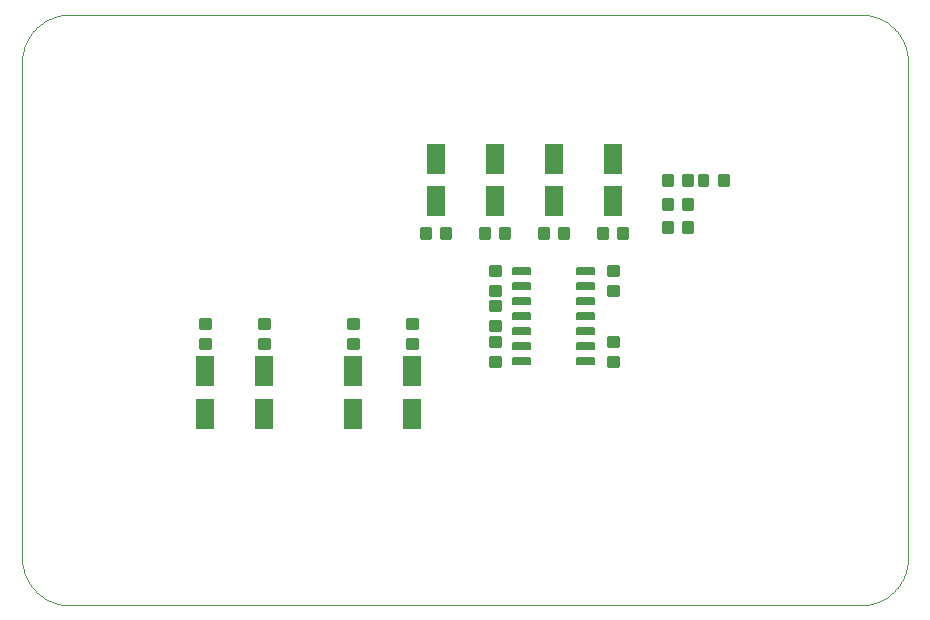
<source format=gtp>
G75*
%MOIN*%
%OFA0B0*%
%FSLAX25Y25*%
%IPPOS*%
%LPD*%
%AMOC8*
5,1,8,0,0,1.08239X$1,22.5*
%
%ADD10C,0.00000*%
%ADD11R,0.06299X0.10236*%
%ADD12C,0.00984*%
%ADD13C,0.00591*%
D10*
X0024622Y0042589D02*
X0288402Y0042589D01*
X0288783Y0042594D01*
X0289163Y0042607D01*
X0289543Y0042630D01*
X0289922Y0042663D01*
X0290300Y0042704D01*
X0290677Y0042754D01*
X0291053Y0042814D01*
X0291428Y0042882D01*
X0291800Y0042960D01*
X0292171Y0043047D01*
X0292539Y0043142D01*
X0292905Y0043247D01*
X0293268Y0043360D01*
X0293629Y0043482D01*
X0293986Y0043612D01*
X0294340Y0043752D01*
X0294691Y0043899D01*
X0295038Y0044056D01*
X0295381Y0044220D01*
X0295720Y0044393D01*
X0296055Y0044574D01*
X0296386Y0044763D01*
X0296711Y0044960D01*
X0297032Y0045164D01*
X0297348Y0045377D01*
X0297658Y0045597D01*
X0297964Y0045824D01*
X0298263Y0046059D01*
X0298557Y0046301D01*
X0298845Y0046549D01*
X0299127Y0046805D01*
X0299402Y0047068D01*
X0299671Y0047337D01*
X0299934Y0047612D01*
X0300190Y0047894D01*
X0300438Y0048182D01*
X0300680Y0048476D01*
X0300915Y0048775D01*
X0301142Y0049081D01*
X0301362Y0049391D01*
X0301575Y0049707D01*
X0301779Y0050028D01*
X0301976Y0050353D01*
X0302165Y0050684D01*
X0302346Y0051019D01*
X0302519Y0051358D01*
X0302683Y0051701D01*
X0302840Y0052048D01*
X0302987Y0052399D01*
X0303127Y0052753D01*
X0303257Y0053110D01*
X0303379Y0053471D01*
X0303492Y0053834D01*
X0303597Y0054200D01*
X0303692Y0054568D01*
X0303779Y0054939D01*
X0303857Y0055311D01*
X0303925Y0055686D01*
X0303985Y0056062D01*
X0304035Y0056439D01*
X0304076Y0056817D01*
X0304109Y0057196D01*
X0304132Y0057576D01*
X0304145Y0057956D01*
X0304150Y0058337D01*
X0304150Y0223691D01*
X0304145Y0224072D01*
X0304132Y0224452D01*
X0304109Y0224832D01*
X0304076Y0225211D01*
X0304035Y0225589D01*
X0303985Y0225966D01*
X0303925Y0226342D01*
X0303857Y0226717D01*
X0303779Y0227089D01*
X0303692Y0227460D01*
X0303597Y0227828D01*
X0303492Y0228194D01*
X0303379Y0228557D01*
X0303257Y0228918D01*
X0303127Y0229275D01*
X0302987Y0229629D01*
X0302840Y0229980D01*
X0302683Y0230327D01*
X0302519Y0230670D01*
X0302346Y0231009D01*
X0302165Y0231344D01*
X0301976Y0231675D01*
X0301779Y0232000D01*
X0301575Y0232321D01*
X0301362Y0232637D01*
X0301142Y0232947D01*
X0300915Y0233253D01*
X0300680Y0233552D01*
X0300438Y0233846D01*
X0300190Y0234134D01*
X0299934Y0234416D01*
X0299671Y0234691D01*
X0299402Y0234960D01*
X0299127Y0235223D01*
X0298845Y0235479D01*
X0298557Y0235727D01*
X0298263Y0235969D01*
X0297964Y0236204D01*
X0297658Y0236431D01*
X0297348Y0236651D01*
X0297032Y0236864D01*
X0296711Y0237068D01*
X0296386Y0237265D01*
X0296055Y0237454D01*
X0295720Y0237635D01*
X0295381Y0237808D01*
X0295038Y0237972D01*
X0294691Y0238129D01*
X0294340Y0238276D01*
X0293986Y0238416D01*
X0293629Y0238546D01*
X0293268Y0238668D01*
X0292905Y0238781D01*
X0292539Y0238886D01*
X0292171Y0238981D01*
X0291800Y0239068D01*
X0291428Y0239146D01*
X0291053Y0239214D01*
X0290677Y0239274D01*
X0290300Y0239324D01*
X0289922Y0239365D01*
X0289543Y0239398D01*
X0289163Y0239421D01*
X0288783Y0239434D01*
X0288402Y0239439D01*
X0024622Y0239439D01*
X0024241Y0239434D01*
X0023861Y0239421D01*
X0023481Y0239398D01*
X0023102Y0239365D01*
X0022724Y0239324D01*
X0022347Y0239274D01*
X0021971Y0239214D01*
X0021596Y0239146D01*
X0021224Y0239068D01*
X0020853Y0238981D01*
X0020485Y0238886D01*
X0020119Y0238781D01*
X0019756Y0238668D01*
X0019395Y0238546D01*
X0019038Y0238416D01*
X0018684Y0238276D01*
X0018333Y0238129D01*
X0017986Y0237972D01*
X0017643Y0237808D01*
X0017304Y0237635D01*
X0016969Y0237454D01*
X0016638Y0237265D01*
X0016313Y0237068D01*
X0015992Y0236864D01*
X0015676Y0236651D01*
X0015366Y0236431D01*
X0015060Y0236204D01*
X0014761Y0235969D01*
X0014467Y0235727D01*
X0014179Y0235479D01*
X0013897Y0235223D01*
X0013622Y0234960D01*
X0013353Y0234691D01*
X0013090Y0234416D01*
X0012834Y0234134D01*
X0012586Y0233846D01*
X0012344Y0233552D01*
X0012109Y0233253D01*
X0011882Y0232947D01*
X0011662Y0232637D01*
X0011449Y0232321D01*
X0011245Y0232000D01*
X0011048Y0231675D01*
X0010859Y0231344D01*
X0010678Y0231009D01*
X0010505Y0230670D01*
X0010341Y0230327D01*
X0010184Y0229980D01*
X0010037Y0229629D01*
X0009897Y0229275D01*
X0009767Y0228918D01*
X0009645Y0228557D01*
X0009532Y0228194D01*
X0009427Y0227828D01*
X0009332Y0227460D01*
X0009245Y0227089D01*
X0009167Y0226717D01*
X0009099Y0226342D01*
X0009039Y0225966D01*
X0008989Y0225589D01*
X0008948Y0225211D01*
X0008915Y0224832D01*
X0008892Y0224452D01*
X0008879Y0224072D01*
X0008874Y0223691D01*
X0008874Y0058337D01*
X0008879Y0057956D01*
X0008892Y0057576D01*
X0008915Y0057196D01*
X0008948Y0056817D01*
X0008989Y0056439D01*
X0009039Y0056062D01*
X0009099Y0055686D01*
X0009167Y0055311D01*
X0009245Y0054939D01*
X0009332Y0054568D01*
X0009427Y0054200D01*
X0009532Y0053834D01*
X0009645Y0053471D01*
X0009767Y0053110D01*
X0009897Y0052753D01*
X0010037Y0052399D01*
X0010184Y0052048D01*
X0010341Y0051701D01*
X0010505Y0051358D01*
X0010678Y0051019D01*
X0010859Y0050684D01*
X0011048Y0050353D01*
X0011245Y0050028D01*
X0011449Y0049707D01*
X0011662Y0049391D01*
X0011882Y0049081D01*
X0012109Y0048775D01*
X0012344Y0048476D01*
X0012586Y0048182D01*
X0012834Y0047894D01*
X0013090Y0047612D01*
X0013353Y0047337D01*
X0013622Y0047068D01*
X0013897Y0046805D01*
X0014179Y0046549D01*
X0014467Y0046301D01*
X0014761Y0046059D01*
X0015060Y0045824D01*
X0015366Y0045597D01*
X0015676Y0045377D01*
X0015992Y0045164D01*
X0016313Y0044960D01*
X0016638Y0044763D01*
X0016969Y0044574D01*
X0017304Y0044393D01*
X0017643Y0044220D01*
X0017986Y0044056D01*
X0018333Y0043899D01*
X0018684Y0043752D01*
X0019038Y0043612D01*
X0019395Y0043482D01*
X0019756Y0043360D01*
X0020119Y0043247D01*
X0020485Y0043142D01*
X0020853Y0043047D01*
X0021224Y0042960D01*
X0021596Y0042882D01*
X0021971Y0042814D01*
X0022347Y0042754D01*
X0022724Y0042704D01*
X0023102Y0042663D01*
X0023481Y0042630D01*
X0023861Y0042607D01*
X0024241Y0042594D01*
X0024622Y0042589D01*
D11*
X0069898Y0106368D03*
X0069898Y0120541D03*
X0089583Y0120541D03*
X0089583Y0106368D03*
X0119110Y0106368D03*
X0119110Y0120541D03*
X0138795Y0120541D03*
X0138795Y0106368D03*
X0146669Y0177234D03*
X0146669Y0191407D03*
X0166354Y0191407D03*
X0166354Y0177234D03*
X0186039Y0177234D03*
X0186039Y0191407D03*
X0205724Y0191407D03*
X0205724Y0177234D03*
D12*
X0203854Y0168277D02*
X0200902Y0168277D01*
X0203854Y0168277D02*
X0203854Y0164931D01*
X0200902Y0164931D01*
X0200902Y0168277D01*
X0200902Y0165866D02*
X0203854Y0165866D01*
X0203854Y0166801D02*
X0200902Y0166801D01*
X0200902Y0167736D02*
X0203854Y0167736D01*
X0207595Y0168277D02*
X0210547Y0168277D01*
X0210547Y0164931D01*
X0207595Y0164931D01*
X0207595Y0168277D01*
X0207595Y0165866D02*
X0210547Y0165866D01*
X0210547Y0166801D02*
X0207595Y0166801D01*
X0207595Y0167736D02*
X0210547Y0167736D01*
X0222555Y0166900D02*
X0225507Y0166900D01*
X0222555Y0166900D02*
X0222555Y0170246D01*
X0225507Y0170246D01*
X0225507Y0166900D01*
X0225507Y0167835D02*
X0222555Y0167835D01*
X0222555Y0168770D02*
X0225507Y0168770D01*
X0225507Y0169705D02*
X0222555Y0169705D01*
X0229248Y0166900D02*
X0232200Y0166900D01*
X0229248Y0166900D02*
X0229248Y0170246D01*
X0232200Y0170246D01*
X0232200Y0166900D01*
X0232200Y0167835D02*
X0229248Y0167835D01*
X0229248Y0168770D02*
X0232200Y0168770D01*
X0232200Y0169705D02*
X0229248Y0169705D01*
X0229248Y0178120D02*
X0232200Y0178120D01*
X0232200Y0174774D01*
X0229248Y0174774D01*
X0229248Y0178120D01*
X0229248Y0175709D02*
X0232200Y0175709D01*
X0232200Y0176644D02*
X0229248Y0176644D01*
X0229248Y0177579D02*
X0232200Y0177579D01*
X0232200Y0182648D02*
X0229248Y0182648D01*
X0229248Y0185994D01*
X0232200Y0185994D01*
X0232200Y0182648D01*
X0232200Y0183583D02*
X0229248Y0183583D01*
X0229248Y0184518D02*
X0232200Y0184518D01*
X0232200Y0185453D02*
X0229248Y0185453D01*
X0225507Y0182648D02*
X0222555Y0182648D01*
X0222555Y0185994D01*
X0225507Y0185994D01*
X0225507Y0182648D01*
X0225507Y0183583D02*
X0222555Y0183583D01*
X0222555Y0184518D02*
X0225507Y0184518D01*
X0225507Y0185453D02*
X0222555Y0185453D01*
X0222555Y0178120D02*
X0225507Y0178120D01*
X0225507Y0174774D01*
X0222555Y0174774D01*
X0222555Y0178120D01*
X0222555Y0175709D02*
X0225507Y0175709D01*
X0225507Y0176644D02*
X0222555Y0176644D01*
X0222555Y0177579D02*
X0225507Y0177579D01*
X0234367Y0182648D02*
X0237319Y0182648D01*
X0234367Y0182648D02*
X0234367Y0185994D01*
X0237319Y0185994D01*
X0237319Y0182648D01*
X0237319Y0183583D02*
X0234367Y0183583D01*
X0234367Y0184518D02*
X0237319Y0184518D01*
X0237319Y0185453D02*
X0234367Y0185453D01*
X0241059Y0182648D02*
X0244011Y0182648D01*
X0241059Y0182648D02*
X0241059Y0185994D01*
X0244011Y0185994D01*
X0244011Y0182648D01*
X0244011Y0183583D02*
X0241059Y0183583D01*
X0241059Y0184518D02*
X0244011Y0184518D01*
X0244011Y0185453D02*
X0241059Y0185453D01*
X0207397Y0155679D02*
X0207397Y0152727D01*
X0204051Y0152727D01*
X0204051Y0155679D01*
X0207397Y0155679D01*
X0207397Y0153662D02*
X0204051Y0153662D01*
X0204051Y0154597D02*
X0207397Y0154597D01*
X0207397Y0155532D02*
X0204051Y0155532D01*
X0207397Y0148986D02*
X0207397Y0146034D01*
X0204051Y0146034D01*
X0204051Y0148986D01*
X0207397Y0148986D01*
X0207397Y0146969D02*
X0204051Y0146969D01*
X0204051Y0147904D02*
X0207397Y0147904D01*
X0207397Y0148839D02*
X0204051Y0148839D01*
X0204051Y0132057D02*
X0204051Y0129105D01*
X0204051Y0132057D02*
X0207397Y0132057D01*
X0207397Y0129105D01*
X0204051Y0129105D01*
X0204051Y0130040D02*
X0207397Y0130040D01*
X0207397Y0130975D02*
X0204051Y0130975D01*
X0204051Y0131910D02*
X0207397Y0131910D01*
X0204051Y0125364D02*
X0204051Y0122412D01*
X0204051Y0125364D02*
X0207397Y0125364D01*
X0207397Y0122412D01*
X0204051Y0122412D01*
X0204051Y0123347D02*
X0207397Y0123347D01*
X0207397Y0124282D02*
X0204051Y0124282D01*
X0204051Y0125217D02*
X0207397Y0125217D01*
X0164681Y0125364D02*
X0164681Y0122412D01*
X0164681Y0125364D02*
X0168027Y0125364D01*
X0168027Y0122412D01*
X0164681Y0122412D01*
X0164681Y0123347D02*
X0168027Y0123347D01*
X0168027Y0124282D02*
X0164681Y0124282D01*
X0164681Y0125217D02*
X0168027Y0125217D01*
X0164681Y0129105D02*
X0164681Y0132057D01*
X0168027Y0132057D01*
X0168027Y0129105D01*
X0164681Y0129105D01*
X0164681Y0130040D02*
X0168027Y0130040D01*
X0168027Y0130975D02*
X0164681Y0130975D01*
X0164681Y0131910D02*
X0168027Y0131910D01*
X0168027Y0134223D02*
X0168027Y0137175D01*
X0168027Y0134223D02*
X0164681Y0134223D01*
X0164681Y0137175D01*
X0168027Y0137175D01*
X0168027Y0135158D02*
X0164681Y0135158D01*
X0164681Y0136093D02*
X0168027Y0136093D01*
X0168027Y0137028D02*
X0164681Y0137028D01*
X0168027Y0140916D02*
X0168027Y0143868D01*
X0168027Y0140916D02*
X0164681Y0140916D01*
X0164681Y0143868D01*
X0168027Y0143868D01*
X0168027Y0141851D02*
X0164681Y0141851D01*
X0164681Y0142786D02*
X0168027Y0142786D01*
X0168027Y0143721D02*
X0164681Y0143721D01*
X0168027Y0146034D02*
X0168027Y0148986D01*
X0168027Y0146034D02*
X0164681Y0146034D01*
X0164681Y0148986D01*
X0168027Y0148986D01*
X0168027Y0146969D02*
X0164681Y0146969D01*
X0164681Y0147904D02*
X0168027Y0147904D01*
X0168027Y0148839D02*
X0164681Y0148839D01*
X0168027Y0152727D02*
X0168027Y0155679D01*
X0168027Y0152727D02*
X0164681Y0152727D01*
X0164681Y0155679D01*
X0168027Y0155679D01*
X0168027Y0153662D02*
X0164681Y0153662D01*
X0164681Y0154597D02*
X0168027Y0154597D01*
X0168027Y0155532D02*
X0164681Y0155532D01*
X0164484Y0168277D02*
X0161532Y0168277D01*
X0164484Y0168277D02*
X0164484Y0164931D01*
X0161532Y0164931D01*
X0161532Y0168277D01*
X0161532Y0165866D02*
X0164484Y0165866D01*
X0164484Y0166801D02*
X0161532Y0166801D01*
X0161532Y0167736D02*
X0164484Y0167736D01*
X0168225Y0168277D02*
X0171177Y0168277D01*
X0171177Y0164931D01*
X0168225Y0164931D01*
X0168225Y0168277D01*
X0168225Y0165866D02*
X0171177Y0165866D01*
X0171177Y0166801D02*
X0168225Y0166801D01*
X0168225Y0167736D02*
X0171177Y0167736D01*
X0181217Y0168277D02*
X0184169Y0168277D01*
X0184169Y0164931D01*
X0181217Y0164931D01*
X0181217Y0168277D01*
X0181217Y0165866D02*
X0184169Y0165866D01*
X0184169Y0166801D02*
X0181217Y0166801D01*
X0181217Y0167736D02*
X0184169Y0167736D01*
X0187910Y0168277D02*
X0190862Y0168277D01*
X0190862Y0164931D01*
X0187910Y0164931D01*
X0187910Y0168277D01*
X0187910Y0165866D02*
X0190862Y0165866D01*
X0190862Y0166801D02*
X0187910Y0166801D01*
X0187910Y0167736D02*
X0190862Y0167736D01*
X0151492Y0168277D02*
X0148540Y0168277D01*
X0151492Y0168277D02*
X0151492Y0164931D01*
X0148540Y0164931D01*
X0148540Y0168277D01*
X0148540Y0165866D02*
X0151492Y0165866D01*
X0151492Y0166801D02*
X0148540Y0166801D01*
X0148540Y0167736D02*
X0151492Y0167736D01*
X0144799Y0168277D02*
X0141847Y0168277D01*
X0144799Y0168277D02*
X0144799Y0164931D01*
X0141847Y0164931D01*
X0141847Y0168277D01*
X0141847Y0165866D02*
X0144799Y0165866D01*
X0144799Y0166801D02*
X0141847Y0166801D01*
X0141847Y0167736D02*
X0144799Y0167736D01*
X0140468Y0137962D02*
X0140468Y0135010D01*
X0137122Y0135010D01*
X0137122Y0137962D01*
X0140468Y0137962D01*
X0140468Y0135945D02*
X0137122Y0135945D01*
X0137122Y0136880D02*
X0140468Y0136880D01*
X0140468Y0137815D02*
X0137122Y0137815D01*
X0140468Y0131269D02*
X0140468Y0128317D01*
X0137122Y0128317D01*
X0137122Y0131269D01*
X0140468Y0131269D01*
X0140468Y0129252D02*
X0137122Y0129252D01*
X0137122Y0130187D02*
X0140468Y0130187D01*
X0140468Y0131122D02*
X0137122Y0131122D01*
X0120783Y0131269D02*
X0120783Y0128317D01*
X0117437Y0128317D01*
X0117437Y0131269D01*
X0120783Y0131269D01*
X0120783Y0129252D02*
X0117437Y0129252D01*
X0117437Y0130187D02*
X0120783Y0130187D01*
X0120783Y0131122D02*
X0117437Y0131122D01*
X0120783Y0135010D02*
X0120783Y0137962D01*
X0120783Y0135010D02*
X0117437Y0135010D01*
X0117437Y0137962D01*
X0120783Y0137962D01*
X0120783Y0135945D02*
X0117437Y0135945D01*
X0117437Y0136880D02*
X0120783Y0136880D01*
X0120783Y0137815D02*
X0117437Y0137815D01*
X0091256Y0137962D02*
X0091256Y0135010D01*
X0087910Y0135010D01*
X0087910Y0137962D01*
X0091256Y0137962D01*
X0091256Y0135945D02*
X0087910Y0135945D01*
X0087910Y0136880D02*
X0091256Y0136880D01*
X0091256Y0137815D02*
X0087910Y0137815D01*
X0091256Y0131269D02*
X0091256Y0128317D01*
X0087910Y0128317D01*
X0087910Y0131269D01*
X0091256Y0131269D01*
X0091256Y0129252D02*
X0087910Y0129252D01*
X0087910Y0130187D02*
X0091256Y0130187D01*
X0091256Y0131122D02*
X0087910Y0131122D01*
X0071571Y0131269D02*
X0071571Y0128317D01*
X0068225Y0128317D01*
X0068225Y0131269D01*
X0071571Y0131269D01*
X0071571Y0129252D02*
X0068225Y0129252D01*
X0068225Y0130187D02*
X0071571Y0130187D01*
X0071571Y0131122D02*
X0068225Y0131122D01*
X0071571Y0135010D02*
X0071571Y0137962D01*
X0071571Y0135010D02*
X0068225Y0135010D01*
X0068225Y0137962D01*
X0071571Y0137962D01*
X0071571Y0135945D02*
X0068225Y0135945D01*
X0068225Y0136880D02*
X0071571Y0136880D01*
X0071571Y0137815D02*
X0068225Y0137815D01*
D13*
X0172653Y0138159D02*
X0172653Y0139931D01*
X0178165Y0139931D01*
X0178165Y0138159D01*
X0172653Y0138159D01*
X0172653Y0138720D02*
X0178165Y0138720D01*
X0178165Y0139281D02*
X0172653Y0139281D01*
X0172653Y0139842D02*
X0178165Y0139842D01*
X0172653Y0143159D02*
X0172653Y0144931D01*
X0178165Y0144931D01*
X0178165Y0143159D01*
X0172653Y0143159D01*
X0172653Y0143720D02*
X0178165Y0143720D01*
X0178165Y0144281D02*
X0172653Y0144281D01*
X0172653Y0144842D02*
X0178165Y0144842D01*
X0172653Y0148159D02*
X0172653Y0149931D01*
X0178165Y0149931D01*
X0178165Y0148159D01*
X0172653Y0148159D01*
X0172653Y0148720D02*
X0178165Y0148720D01*
X0178165Y0149281D02*
X0172653Y0149281D01*
X0172653Y0149842D02*
X0178165Y0149842D01*
X0172653Y0153159D02*
X0172653Y0154931D01*
X0178165Y0154931D01*
X0178165Y0153159D01*
X0172653Y0153159D01*
X0172653Y0153720D02*
X0178165Y0153720D01*
X0178165Y0154281D02*
X0172653Y0154281D01*
X0172653Y0154842D02*
X0178165Y0154842D01*
X0193913Y0154931D02*
X0193913Y0153159D01*
X0193913Y0154931D02*
X0199425Y0154931D01*
X0199425Y0153159D01*
X0193913Y0153159D01*
X0193913Y0153720D02*
X0199425Y0153720D01*
X0199425Y0154281D02*
X0193913Y0154281D01*
X0193913Y0154842D02*
X0199425Y0154842D01*
X0193913Y0149931D02*
X0193913Y0148159D01*
X0193913Y0149931D02*
X0199425Y0149931D01*
X0199425Y0148159D01*
X0193913Y0148159D01*
X0193913Y0148720D02*
X0199425Y0148720D01*
X0199425Y0149281D02*
X0193913Y0149281D01*
X0193913Y0149842D02*
X0199425Y0149842D01*
X0193913Y0144931D02*
X0193913Y0143159D01*
X0193913Y0144931D02*
X0199425Y0144931D01*
X0199425Y0143159D01*
X0193913Y0143159D01*
X0193913Y0143720D02*
X0199425Y0143720D01*
X0199425Y0144281D02*
X0193913Y0144281D01*
X0193913Y0144842D02*
X0199425Y0144842D01*
X0193913Y0139931D02*
X0193913Y0138159D01*
X0193913Y0139931D02*
X0199425Y0139931D01*
X0199425Y0138159D01*
X0193913Y0138159D01*
X0193913Y0138720D02*
X0199425Y0138720D01*
X0199425Y0139281D02*
X0193913Y0139281D01*
X0193913Y0139842D02*
X0199425Y0139842D01*
X0193913Y0134931D02*
X0193913Y0133159D01*
X0193913Y0134931D02*
X0199425Y0134931D01*
X0199425Y0133159D01*
X0193913Y0133159D01*
X0193913Y0133720D02*
X0199425Y0133720D01*
X0199425Y0134281D02*
X0193913Y0134281D01*
X0193913Y0134842D02*
X0199425Y0134842D01*
X0193913Y0129931D02*
X0193913Y0128159D01*
X0193913Y0129931D02*
X0199425Y0129931D01*
X0199425Y0128159D01*
X0193913Y0128159D01*
X0193913Y0128720D02*
X0199425Y0128720D01*
X0199425Y0129281D02*
X0193913Y0129281D01*
X0193913Y0129842D02*
X0199425Y0129842D01*
X0193913Y0124931D02*
X0193913Y0123159D01*
X0193913Y0124931D02*
X0199425Y0124931D01*
X0199425Y0123159D01*
X0193913Y0123159D01*
X0193913Y0123720D02*
X0199425Y0123720D01*
X0199425Y0124281D02*
X0193913Y0124281D01*
X0193913Y0124842D02*
X0199425Y0124842D01*
X0172653Y0124931D02*
X0172653Y0123159D01*
X0172653Y0124931D02*
X0178165Y0124931D01*
X0178165Y0123159D01*
X0172653Y0123159D01*
X0172653Y0123720D02*
X0178165Y0123720D01*
X0178165Y0124281D02*
X0172653Y0124281D01*
X0172653Y0124842D02*
X0178165Y0124842D01*
X0172653Y0128159D02*
X0172653Y0129931D01*
X0178165Y0129931D01*
X0178165Y0128159D01*
X0172653Y0128159D01*
X0172653Y0128720D02*
X0178165Y0128720D01*
X0178165Y0129281D02*
X0172653Y0129281D01*
X0172653Y0129842D02*
X0178165Y0129842D01*
X0172653Y0133159D02*
X0172653Y0134931D01*
X0178165Y0134931D01*
X0178165Y0133159D01*
X0172653Y0133159D01*
X0172653Y0133720D02*
X0178165Y0133720D01*
X0178165Y0134281D02*
X0172653Y0134281D01*
X0172653Y0134842D02*
X0178165Y0134842D01*
M02*

</source>
